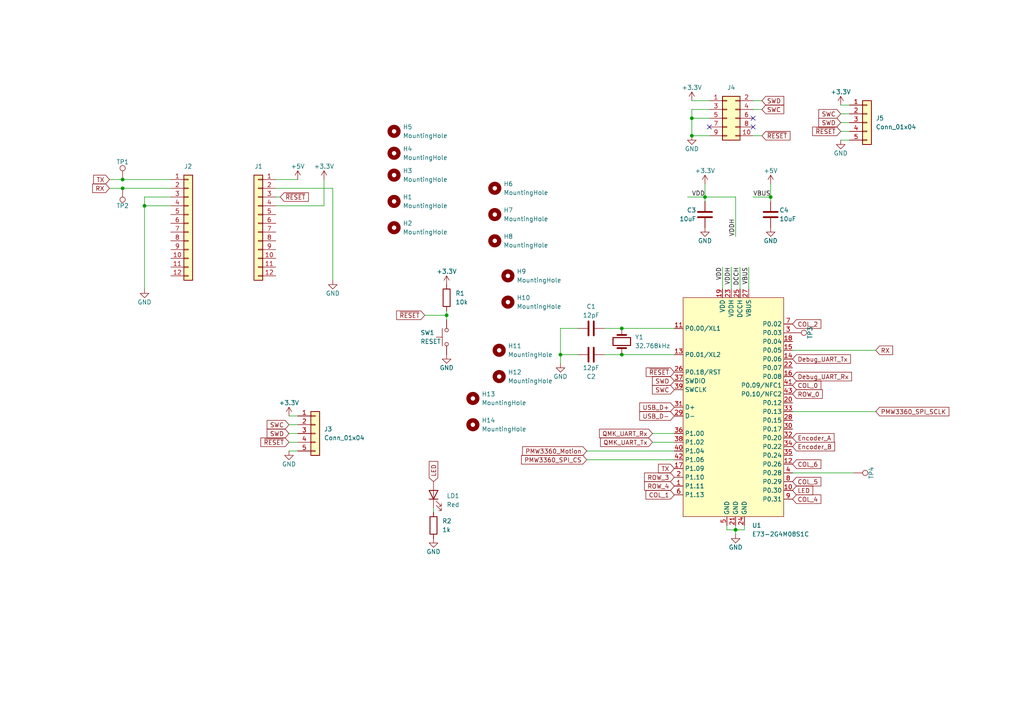
<source format=kicad_sch>
(kicad_sch (version 20230121) (generator eeschema)
  (paper "A4")
  (title_block (title "ErgoSNM Keyboard - Receiver") (rev "3.0") (company "SideraKB") (comment 1 "MIT License (Open source hardware)") (comment 2 "https://github.com/ziteh/ergo-snm-keyboard"))
  (lib_symbols
    (symbol "+5V_1" (power) (pin_names (offset 0))
      (property "Value" "+5V_1" (at 0 3.556 0))
      (symbol "+5V_1_0_1"
        (polyline (pts (xy -0.762 1.27) (xy 0 2.54)))
        (polyline (pts (xy 0 0) (xy 0 2.54)))
        (polyline (pts (xy 0 2.54) (xy 0.762 1.27)))
      )
      (symbol "+5V_1_1_1"
        (pin power_in line (at 0 0 90) (length 0) hide (name "+5V") (number "1"))
      )
    )
    (symbol "Connector:TestPoint" (pin_numbers hide) (pin_names (offset 0.762) hide)
      (property "Reference" "TP" (at 0 6.858 0))
      (property "Value" "TestPoint" (at 0 5.08 0))
      (symbol "TestPoint_0_1"
        (circle (center 0 3.302) (radius 0.762))
      )
      (symbol "TestPoint_1_1"
        (pin passive line (at 0 0 90) (length 2.54) (name "1") (number "1"))
      )
    )
    (symbol "Connector_Generic:Conn_01x05" (pin_names (offset 1.016) hide)
      (property "Reference" "J" (at 0 7.62 0))
      (property "Value" "Conn_01x05" (at 0 -7.62 0))
      (symbol "Conn_01x05_1_1"
        (rectangle (start -1.27 -4.953) (end 0 -5.207) (stroke (width 0.1524)))
        (rectangle (start -1.27 -2.413) (end 0 -2.667) (stroke (width 0.1524)))
        (rectangle (start -1.27 0.127) (end 0 -0.127) (stroke (width 0.1524)))
        (rectangle (start -1.27 2.667) (end 0 2.413) (stroke (width 0.1524)))
        (rectangle (start -1.27 5.207) (end 0 4.953) (stroke (width 0.1524)))
        (rectangle (start -1.27 6.35) (end 1.27 -6.35) (stroke (width 0.254)) (fill (type background)))
        (pin passive line (at -5.08 5.08 0) (length 3.81) (name "Pin_1") (number "1"))
        (pin passive line (at -5.08 2.54 0) (length 3.81) (name "Pin_2") (number "2"))
        (pin passive line (at -5.08 0 0) (length 3.81) (name "Pin_3") (number "3"))
        (pin passive line (at -5.08 -2.54 0) (length 3.81) (name "Pin_4") (number "4"))
        (pin passive line (at -5.08 -5.08 0) (length 3.81) (name "Pin_5") (number "5"))
      )
    )
    (symbol "Connector_Generic:Conn_01x12" (pin_names (offset 1.016) hide)
      (property "Reference" "J" (at 0 15.24 0))
      (property "Value" "Conn_01x12" (at 0 -17.78 0))
      (symbol "Conn_01x12_1_1"
        (rectangle (start -1.27 -15.113) (end 0 -15.367) (stroke (width 0.1524)))
        (rectangle (start -1.27 -12.573) (end 0 -12.827) (stroke (width 0.1524)))
        (rectangle (start -1.27 -10.033) (end 0 -10.287) (stroke (width 0.1524)))
        (rectangle (start -1.27 -7.493) (end 0 -7.747) (stroke (width 0.1524)))
        (rectangle (start -1.27 -4.953) (end 0 -5.207) (stroke (width 0.1524)))
        (rectangle (start -1.27 -2.413) (end 0 -2.667) (stroke (width 0.1524)))
        (rectangle (start -1.27 0.127) (end 0 -0.127) (stroke (width 0.1524)))
        (rectangle (start -1.27 2.667) (end 0 2.413) (stroke (width 0.1524)))
        (rectangle (start -1.27 5.207) (end 0 4.953) (stroke (width 0.1524)))
        (rectangle (start -1.27 7.747) (end 0 7.493) (stroke (width 0.1524)))
        (rectangle (start -1.27 10.287) (end 0 10.033) (stroke (width 0.1524)))
        (rectangle (start -1.27 12.827) (end 0 12.573) (stroke (width 0.1524)))
        (rectangle (start -1.27 13.97) (end 1.27 -16.51) (stroke (width 0.254)) (fill (type background)))
        (pin passive line (at -5.08 12.7 0) (length 3.81) (name "Pin_1") (number "1"))
        (pin passive line (at -5.08 -10.16 0) (length 3.81) (name "Pin_10") (number "10"))
        (pin passive line (at -5.08 -12.7 0) (length 3.81) (name "Pin_11") (number "11"))
        (pin passive line (at -5.08 -15.24 0) (length 3.81) (name "Pin_12") (number "12"))
        (pin passive line (at -5.08 10.16 0) (length 3.81) (name "Pin_2") (number "2"))
        (pin passive line (at -5.08 7.62 0) (length 3.81) (name "Pin_3") (number "3"))
        (pin passive line (at -5.08 5.08 0) (length 3.81) (name "Pin_4") (number "4"))
        (pin passive line (at -5.08 2.54 0) (length 3.81) (name "Pin_5") (number "5"))
        (pin passive line (at -5.08 0 0) (length 3.81) (name "Pin_6") (number "6"))
        (pin passive line (at -5.08 -2.54 0) (length 3.81) (name "Pin_7") (number "7"))
        (pin passive line (at -5.08 -5.08 0) (length 3.81) (name "Pin_8") (number "8"))
        (pin passive line (at -5.08 -7.62 0) (length 3.81) (name "Pin_9") (number "9"))
      )
    )
    (symbol "Connector_Generic:Conn_02x05_Odd_Even" (pin_names (offset 1.016) hide)
      (property "Reference" "J" (at 1.27 7.62 0))
      (property "Value" "Conn_02x05_Odd_Even" (at 1.27 -7.62 0))
      (symbol "Conn_02x05_Odd_Even_1_1"
        (rectangle (start -1.27 -4.953) (end 0 -5.207) (stroke (width 0.1524)))
        (rectangle (start -1.27 -2.413) (end 0 -2.667) (stroke (width 0.1524)))
        (rectangle (start -1.27 0.127) (end 0 -0.127) (stroke (width 0.1524)))
        (rectangle (start -1.27 2.667) (end 0 2.413) (stroke (width 0.1524)))
        (rectangle (start -1.27 5.207) (end 0 4.953) (stroke (width 0.1524)))
        (rectangle (start -1.27 6.35) (end 3.81 -6.35) (stroke (width 0.254)) (fill (type background)))
        (rectangle (start 3.81 -4.953) (end 2.54 -5.207) (stroke (width 0.1524)))
        (rectangle (start 3.81 -2.413) (end 2.54 -2.667) (stroke (width 0.1524)))
        (rectangle (start 3.81 0.127) (end 2.54 -0.127) (stroke (width 0.1524)))
        (rectangle (start 3.81 2.667) (end 2.54 2.413) (stroke (width 0.1524)))
        (rectangle (start 3.81 5.207) (end 2.54 4.953) (stroke (width 0.1524)))
        (pin passive line (at -5.08 5.08 0) (length 3.81) (name "Pin_1") (number "1"))
        (pin passive line (at 7.62 -5.08 180) (length 3.81) (name "Pin_10") (number "10"))
        (pin passive line (at 7.62 5.08 180) (length 3.81) (name "Pin_2") (number "2"))
        (pin passive line (at -5.08 2.54 0) (length 3.81) (name "Pin_3") (number "3"))
        (pin passive line (at 7.62 2.54 180) (length 3.81) (name "Pin_4") (number "4"))
        (pin passive line (at -5.08 0 0) (length 3.81) (name "Pin_5") (number "5"))
        (pin passive line (at 7.62 0 180) (length 3.81) (name "Pin_6") (number "6"))
        (pin passive line (at -5.08 -2.54 0) (length 3.81) (name "Pin_7") (number "7"))
        (pin passive line (at 7.62 -2.54 180) (length 3.81) (name "Pin_8") (number "8"))
        (pin passive line (at -5.08 -5.08 0) (length 3.81) (name "Pin_9") (number "9"))
      )
    )
    (symbol "Device:C" (pin_numbers hide) (pin_names (offset 0.254))
      (property "Reference" "C" (at 0.635 2.54 0))
      (property "Value" "C" (at 0.635 -2.54 0))
      (symbol "C_0_1"
        (polyline (pts (xy -2.032 -0.762) (xy 2.032 -0.762)) (stroke (width 0.508)))
        (polyline (pts (xy -2.032 0.762) (xy 2.032 0.762)) (stroke (width 0.508)))
      )
      (symbol "C_1_1"
        (pin passive line (at 0 3.81 270) (length 2.794) (name "~") (number "1"))
        (pin passive line (at 0 -3.81 90) (length 2.794) (name "~") (number "2"))
      )
    )
    (symbol "Device:Crystal" (pin_numbers hide) (pin_names (offset 1.016) hide)
      (property "Reference" "Y" (at 0 3.81 0))
      (property "Value" "Crystal" (at 0 -3.81 0))
      (symbol "Crystal_0_1"
        (rectangle (start -1.143 2.54) (end 1.143 -2.54) (stroke (width 0.3048)))
        (polyline (pts (xy -2.54 0) (xy -1.905 0)))
        (polyline (pts (xy -1.905 -1.27) (xy -1.905 1.27)) (stroke (width 0.508)))
        (polyline (pts (xy 1.905 -1.27) (xy 1.905 1.27)) (stroke (width 0.508)))
        (polyline (pts (xy 2.54 0) (xy 1.905 0)))
      )
      (symbol "Crystal_1_1"
        (pin passive line (at -3.81 0 0) (length 1.27) (name "1") (number "1"))
        (pin passive line (at 3.81 0 180) (length 1.27) (name "2") (number "2"))
      )
    )
    (symbol "Device:LED" (pin_numbers hide) (pin_names (offset 1.016) hide)
      (property "Reference" "D" (at 0 2.54 0))
      (property "Value" "LED" (at 0 -2.54 0))
      (symbol "LED_0_1"
        (polyline (pts (xy -1.27 -1.27) (xy -1.27 1.27)) (stroke (width 0.254)))
        (polyline (pts (xy -1.27 0) (xy 1.27 0)))
        (polyline (pts (xy 1.27 -1.27) (xy 1.27 1.27) (xy -1.27 0) (xy 1.27 -1.27)) (stroke (width 0.254)))
        (polyline (pts (xy -3.048 -0.762) (xy -4.572 -2.286) (xy -3.81 -2.286) (xy -4.572 -2.286) (xy -4.572 -1.524)))
        (polyline (pts (xy -1.778 -0.762) (xy -3.302 -2.286) (xy -2.54 -2.286) (xy -3.302 -2.286) (xy -3.302 -1.524)))
      )
      (symbol "LED_1_1"
        (pin passive line (at -3.81 0 0) (length 2.54) (name "K") (number "1"))
        (pin passive line (at 3.81 0 180) (length 2.54) (name "A") (number "2"))
      )
    )
    (symbol "Device:R" (pin_numbers hide) (pin_names (offset 0))
      (property "Reference" "R" (at 2.032 0 90))
      (property "Value" "R" (at 0 0 90))
      (symbol "R_0_1"
        (rectangle (start -1.016 -2.54) (end 1.016 2.54) (stroke (width 0.254)))
      )
      (symbol "R_1_1"
        (pin passive line (at 0 3.81 270) (length 1.27) (name "~") (number "1"))
        (pin passive line (at 0 -3.81 90) (length 1.27) (name "~") (number "2"))
      )
    )
    (symbol "ErgoSNM_Keyboard_Library:E73-2G4M08S1C"
      (property "Reference" "U" (at 10.16 -34.29 0))
      (property "Value" "E73-2G4M08S1C" (at 12.7 -36.83 0))
      (symbol "E73-2G4M08S1C_0_0"
        (pin bidirectional line (at -17.78 -24.13 0) (length 2.54) (name "P1.11") (number "1"))
        (pin bidirectional line (at 16.51 -25.4 180) (length 2.54) (name "P0.30") (number "10"))
        (pin bidirectional line (at -17.78 21.59 0) (length 2.54) (name "P0.00/XL1") (number "11"))
        (pin bidirectional line (at 16.51 -17.78 180) (length 2.54) (name "P0.26") (number "12"))
        (pin bidirectional line (at -17.78 13.97 0) (length 2.54) (name "P0.01/XL2") (number "13"))
        (pin bidirectional line (at 16.51 12.7 180) (length 2.54) (name "P0.06") (number "14"))
        (pin bidirectional line (at 16.51 15.24 180) (length 2.54) (name "P0.05") (number "15"))
        (pin bidirectional line (at 16.51 7.62 180) (length 2.54) (name "P0.08") (number "16"))
        (pin bidirectional line (at -17.78 -19.05 0) (length 2.54) (name "P1.09") (number "17"))
        (pin bidirectional line (at 16.51 17.78 180) (length 2.54) (name "P0.04") (number "18"))
        (pin power_in line (at -3.81 33.02 270) (length 2.54) (name "VDD") (number "19"))
        (pin bidirectional line (at -17.78 -21.59 0) (length 2.54) (name "P1.10") (number "2"))
        (pin bidirectional line (at 16.51 0 180) (length 2.54) (name "P0.12") (number "20"))
        (pin power_in line (at 0 -35.56 90) (length 2.54) (name "GND") (number "21"))
        (pin bidirectional line (at 16.51 10.16 180) (length 2.54) (name "P0.07") (number "22"))
        (pin power_in line (at -1.27 33.02 270) (length 2.54) (name "VDDH") (number "23"))
        (pin power_in line (at 2.54 -35.56 90) (length 2.54) (name "GND") (number "24"))
        (pin power_in line (at 1.27 33.02 270) (length 2.54) (name "DCCH") (number "25"))
        (pin bidirectional line (at -17.78 8.89 0) (length 2.54) (name "P0.18/RST") (number "26"))
        (pin power_in line (at 3.81 33.02 270) (length 2.54) (name "VBUS") (number "27"))
        (pin bidirectional line (at 16.51 -5.08 180) (length 2.54) (name "P0.15") (number "28"))
        (pin bidirectional line (at -17.78 -3.81 0) (length 2.54) (name "D-") (number "29"))
        (pin bidirectional line (at 16.51 20.32 180) (length 2.54) (name "P0.03") (number "3"))
        (pin bidirectional line (at 16.51 -7.62 180) (length 2.54) (name "P0.17") (number "30"))
        (pin bidirectional line (at -17.78 -1.27 0) (length 2.54) (name "D+") (number "31"))
        (pin bidirectional line (at 16.51 -10.16 180) (length 2.54) (name "P0.20") (number "32"))
        (pin bidirectional line (at 16.51 -2.54 180) (length 2.54) (name "P0.13") (number "33"))
        (pin bidirectional line (at 16.51 -12.7 180) (length 2.54) (name "P0.22") (number "34"))
        (pin bidirectional line (at 16.51 -15.24 180) (length 2.54) (name "P0.24") (number "35"))
        (pin bidirectional line (at -17.78 -8.89 0) (length 2.54) (name "P1.00") (number "36"))
        (pin bidirectional line (at -17.78 6.35 0) (length 2.54) (name "SWDIO") (number "37"))
        (pin bidirectional line (at -17.78 -11.43 0) (length 2.54) (name "P1.02") (number "38"))
        (pin bidirectional line (at -17.78 3.81 0) (length 2.54) (name "SWCLK") (number "39"))
        (pin bidirectional line (at 16.51 -20.32 180) (length 2.54) (name "P0.28") (number "4"))
        (pin bidirectional line (at -17.78 -13.97 0) (length 2.54) (name "P1.04") (number "40"))
        (pin bidirectional line (at 16.51 5.08 180) (length 2.54) (name "P0.09/NFC1") (number "41"))
        (pin bidirectional line (at -17.78 -16.51 0) (length 2.54) (name "P1.06") (number "42"))
        (pin bidirectional line (at 16.51 2.54 180) (length 2.54) (name "P0.10/NFC2") (number "43"))
        (pin power_in line (at -2.54 -35.56 90) (length 2.54) (name "GND") (number "5"))
        (pin bidirectional line (at -17.78 -26.67 0) (length 2.54) (name "P1.13") (number "6"))
        (pin bidirectional line (at 16.51 22.86 180) (length 2.54) (name "P0.02") (number "7"))
        (pin bidirectional line (at 16.51 -22.86 180) (length 2.54) (name "P0.29") (number "8"))
        (pin bidirectional line (at 16.51 -27.94 180) (length 2.54) (name "P0.31") (number "9"))
      )
      (symbol "E73-2G4M08S1C_1_1"
        (rectangle (start -15.24 30.48) (end 13.97 -33.02) (fill (type background)))
      )
    )
    (symbol "Mechanical:MountingHole" (pin_names (offset 1.016))
      (property "Reference" "H" (at 0 5.08 0))
      (property "Value" "MountingHole" (at 0 3.175 0))
      (symbol "MountingHole_0_1"
        (circle (center 0 0) (radius 1.27) (stroke (width 1.27)))
      )
    )
    (symbol "Switch:SW_Push" (pin_numbers hide) (pin_names (offset 1.016) hide)
      (property "Reference" "SW2" (at -8.89 1.27 90))
      (property "Value" "RESET" (at -8.89 -1.27 90))
      (symbol "SW_Push_0_1"
        (circle (center -2.032 0) (radius 0.508))
        (polyline (pts (xy 0 1.27) (xy 0 3.048)))
        (polyline (pts (xy 2.54 1.27) (xy -2.54 1.27)))
        (circle (center 2.032 0) (radius 0.508))
        (pin passive line (at -5.08 0 0) (length 2.54) (name "1") (number "1"))
        (pin passive line (at 5.08 0 180) (length 2.54) (name "2") (number "2"))
      )
    )
    (symbol "power:+3.3V" (power) (pin_names (offset 0))
      (property "Value" "+3.3V" (at 0 3.556 0))
      (symbol "+3.3V_0_1"
        (polyline (pts (xy -0.762 1.27) (xy 0 2.54)))
        (polyline (pts (xy 0 0) (xy 0 2.54)))
        (polyline (pts (xy 0 2.54) (xy 0.762 1.27)))
      )
      (symbol "+3.3V_1_1"
        (pin power_in line (at 0 0 90) (length 0) hide (name "+3.3V") (number "1"))
      )
    )
    (symbol "power:+5V" (power) (pin_names (offset 0))
      (property "Value" "+5V" (at 0 3.556 0))
      (symbol "+5V_0_1"
        (polyline (pts (xy -0.762 1.27) (xy 0 2.54)))
        (polyline (pts (xy 0 0) (xy 0 2.54)))
        (polyline (pts (xy 0 2.54) (xy 0.762 1.27)))
      )
      (symbol "+5V_1_1"
        (pin power_in line (at 0 0 90) (length 0) hide (name "+5V") (number "1"))
      )
    )
    (symbol "power:GND" (power) (pin_names (offset 0))
      (property "Value" "GND" (at 0 -3.81 0))
      (symbol "GND_0_1"
        (polyline (pts (xy 0 0) (xy 0 -1.27) (xy 1.27 -1.27) (xy 0 -2.54) (xy -1.27 -1.27) (xy 0 -1.27)))
      )
      (symbol "GND_1_1"
        (pin power_in line (at 0 0 270) (length 0) hide (name "GND") (number "1"))
      )
    )
  )
  (junction (at 200.66 39.37))
  (junction (at 162.56 102.87))
  (junction (at 204.47 57.15))
  (junction (at 213.36 153.67))
  (junction (at 35.56 52.07))
  (junction (at 35.56 54.61))
  (junction (at 180.34 95.25))
  (junction (at 41.91 59.69))
  (junction (at 180.34 102.87))
  (junction (at 200.66 34.29))
  (junction (at 129.54 91.44))
  (junction (at 223.52 57.15))
  (no_connect (at 205.74 36.83))
  (no_connect (at 218.44 34.29))
  (no_connect (at 218.44 36.83))
  (wire (pts (xy 189.23 125.73) (xy 195.58 125.73)))
  (wire (pts (xy 35.56 54.61) (xy 49.53 54.61)))
  (wire (pts (xy 213.36 152.4) (xy 213.36 153.67)))
  (wire (pts (xy 167.64 102.87) (xy 162.56 102.87)))
  (wire (pts (xy 213.36 57.15) (xy 213.36 68.58)))
  (wire (pts (xy 200.66 34.29) (xy 205.74 34.29)))
  (wire (pts (xy 215.9 152.4) (xy 215.9 153.67)))
  (wire (pts (xy 220.98 29.21) (xy 218.44 29.21)))
  (wire (pts (xy 129.54 92.71) (xy 129.54 91.44)))
  (wire (pts (xy 162.56 105.41) (xy 162.56 102.87)))
  (wire (pts (xy 180.34 102.87) (xy 195.58 102.87)))
  (wire (pts (xy 213.36 153.67) (xy 213.36 154.94)))
  (wire (pts (xy 31.75 52.07) (xy 35.56 52.07)))
  (wire (pts (xy 162.56 95.25) (xy 162.56 102.87)))
  (wire (pts (xy 220.98 31.75) (xy 218.44 31.75)))
  (wire (pts (xy 220.98 39.37) (xy 218.44 39.37)))
  (wire (pts (xy 205.74 31.75) (xy 200.66 31.75)))
  (wire (pts (xy 180.34 95.25) (xy 195.58 95.25)))
  (wire (pts (xy 204.47 53.34) (xy 204.47 57.15)))
  (wire (pts (xy 223.52 53.34) (xy 223.52 57.15)))
  (wire (pts (xy 210.82 152.4) (xy 210.82 153.67)))
  (wire (pts (xy 175.26 102.87) (xy 180.34 102.87)))
  (wire (pts (xy 223.52 57.15) (xy 218.44 57.15)))
  (wire (pts (xy 129.54 91.44) (xy 129.54 90.17)))
  (wire (pts (xy 254 101.6) (xy 229.87 101.6)))
  (wire (pts (xy 41.91 57.15) (xy 41.91 59.69)))
  (wire (pts (xy 243.84 33.02) (xy 246.38 33.02)))
  (wire (pts (xy 210.82 153.67) (xy 213.36 153.67)))
  (wire (pts (xy 254 119.38) (xy 229.87 119.38)))
  (wire (pts (xy 200.66 29.21) (xy 205.74 29.21)))
  (wire (pts (xy 217.17 77.47) (xy 217.17 83.82)))
  (wire (pts (xy 212.09 77.47) (xy 212.09 83.82)))
  (wire (pts (xy 167.64 95.25) (xy 162.56 95.25)))
  (wire (pts (xy 35.56 52.07) (xy 49.53 52.07)))
  (wire (pts (xy 200.66 31.75) (xy 200.66 34.29)))
  (wire (pts (xy 204.47 57.15) (xy 199.39 57.15)))
  (wire (pts (xy 81.28 57.15) (xy 80.01 57.15)))
  (wire (pts (xy 170.18 130.81) (xy 195.58 130.81)))
  (wire (pts (xy 200.66 39.37) (xy 205.74 39.37)))
  (wire (pts (xy 80.01 59.69) (xy 93.98 59.69)))
  (wire (pts (xy 41.91 57.15) (xy 49.53 57.15)))
  (wire (pts (xy 83.82 125.73) (xy 86.36 125.73)))
  (wire (pts (xy 80.01 54.61) (xy 96.52 54.61)))
  (wire (pts (xy 214.63 77.47) (xy 214.63 83.82)))
  (wire (pts (xy 83.82 123.19) (xy 86.36 123.19)))
  (wire (pts (xy 200.66 34.29) (xy 200.66 39.37)))
  (wire (pts (xy 243.84 40.64) (xy 246.38 40.64)))
  (wire (pts (xy 41.91 59.69) (xy 49.53 59.69)))
  (wire (pts (xy 175.26 95.25) (xy 180.34 95.25)))
  (wire (pts (xy 83.82 130.81) (xy 86.36 130.81)))
  (wire (pts (xy 204.47 58.42) (xy 204.47 57.15)))
  (wire (pts (xy 41.91 59.69) (xy 41.91 83.82)))
  (wire (pts (xy 80.01 52.07) (xy 86.36 52.07)))
  (wire (pts (xy 93.98 59.69) (xy 93.98 52.07)))
  (wire (pts (xy 83.82 128.27) (xy 86.36 128.27)))
  (wire (pts (xy 229.87 137.16) (xy 247.65 137.16)))
  (wire (pts (xy 223.52 57.15) (xy 223.52 58.42)))
  (wire (pts (xy 189.23 128.27) (xy 195.58 128.27)))
  (wire (pts (xy 123.19 91.44) (xy 129.54 91.44)))
  (wire (pts (xy 204.47 57.15) (xy 213.36 57.15)))
  (wire (pts (xy 243.84 30.48) (xy 246.38 30.48)))
  (wire (pts (xy 209.55 77.47) (xy 209.55 83.82)))
  (wire (pts (xy 170.18 133.35) (xy 195.58 133.35)))
  (wire (pts (xy 96.52 54.61) (xy 96.52 81.28)))
  (wire (pts (xy 125.73 148.59) (xy 125.73 147.32)))
  (wire (pts (xy 213.36 153.67) (xy 215.9 153.67)))
  (wire (pts (xy 31.75 54.61) (xy 35.56 54.61)))
  (wire (pts (xy 243.84 38.1) (xy 246.38 38.1)))
  (wire (pts (xy 243.84 35.56) (xy 246.38 35.56)))
  (wire (pts (xy 83.82 120.65) (xy 86.36 120.65)))
  (label "VBUS" (at 223.52 57.15 180))
  (label "VDD" (at 204.47 57.15 180))
  (label "DCCH" (at 214.63 77.47 270))
  (label "VBUS" (at 217.17 77.47 270))
  (label "VDDH" (at 213.36 68.58 90))
  (label "VDD" (at 209.55 77.47 270))
  (label "VDDH" (at 212.09 77.47 270))
  (global_label "SWD" (shape input) (at 83.82 125.73 180) (property "Intersheetrefs" "${INTERSHEET_REFS}" (effects hide)))
  (global_label "SWD" (shape input) (at 195.58 110.49 180) (property "Intersheetrefs" "${INTERSHEET_REFS}" (effects hide)))
  (global_label "~{RESET}" (shape input) (at 81.28 57.15 0) (property "Intersheetrefs" "${INTERSHEET_REFS}" (effects hide)))
  (global_label "COL_4" (shape input) (at 229.87 144.78 0) (property "Intersheetrefs" "${INTERSHEET_REFS}" (effects hide)))
  (global_label "COL_6" (shape input) (at 229.87 134.62 0) (property "Intersheetrefs" "${INTERSHEET_REFS}" (effects hide)))
  (global_label "Encoder_A" (shape input) (at 229.87 127 0) (property "Intersheetrefs" "${INTERSHEET_REFS}" (effects hide)))
  (global_label "ROW_0" (shape input) (at 229.87 114.3 0) (property "Intersheetrefs" "${INTERSHEET_REFS}" (effects hide)))
  (global_label "~{RESET}" (shape input) (at 123.19 91.44 180) (property "Intersheetrefs" "${INTERSHEET_REFS}" (effects hide)))
  (global_label "LED" (shape input) (at 125.73 139.7 90) (property "Intersheetrefs" "${INTERSHEET_REFS}" (effects hide)))
  (global_label "~{RESET}" (shape input) (at 220.98 39.37 0) (property "Intersheetrefs" "${INTERSHEET_REFS}" (effects hide)))
  (global_label "TX" (shape input) (at 195.58 135.89 180) (property "Intersheetrefs" "${INTERSHEET_REFS}" (effects hide)))
  (global_label "Encoder_B" (shape input) (at 229.87 129.54 0) (property "Intersheetrefs" "${INTERSHEET_REFS}" (effects hide)))
  (global_label "PMW3360_Motion" (shape input) (at 170.18 130.81 180) (property "Intersheetrefs" "${INTERSHEET_REFS}" (effects hide)))
  (global_label "SWC" (shape input) (at 220.98 31.75 0) (property "Intersheetrefs" "${INTERSHEET_REFS}" (effects hide)))
  (global_label "SWD" (shape input) (at 220.98 29.21 0) (property "Intersheetrefs" "${INTERSHEET_REFS}" (effects hide)))
  (global_label "Debug_UART_Rx" (shape input) (at 229.87 109.22 0) (property "Intersheetrefs" "${INTERSHEET_REFS}" (effects hide)))
  (global_label "~{RESET}" (shape input) (at 83.82 128.27 180) (property "Intersheetrefs" "${INTERSHEET_REFS}" (effects hide)))
  (global_label "~{RESET}" (shape input) (at 243.84 38.1 180) (property "Intersheetrefs" "${INTERSHEET_REFS}" (effects hide)))
  (global_label "ROW_4" (shape input) (at 195.58 140.97 180) (property "Intersheetrefs" "${INTERSHEET_REFS}" (effects hide)))
  (global_label "USB_D-" (shape input) (at 195.58 120.65 180) (property "Intersheetrefs" "${INTERSHEET_REFS}" (effects hide)))
  (global_label "SWC" (shape input) (at 83.82 123.19 180) (property "Intersheetrefs" "${INTERSHEET_REFS}" (effects hide)))
  (global_label "LED" (shape input) (at 229.87 142.24 0) (property "Intersheetrefs" "${INTERSHEET_REFS}" (effects hide)))
  (global_label "QMK_UART_Tx" (shape input) (at 189.23 128.27 180) (property "Intersheetrefs" "${INTERSHEET_REFS}" (effects hide)))
  (global_label "SWC" (shape input) (at 243.84 33.02 180) (property "Intersheetrefs" "${INTERSHEET_REFS}" (effects hide)))
  (global_label "~{RESET}" (shape input) (at 195.58 107.95 180) (property "Intersheetrefs" "${INTERSHEET_REFS}" (effects hide)))
  (global_label "SWD" (shape input) (at 243.84 35.56 180) (property "Intersheetrefs" "${INTERSHEET_REFS}" (effects hide)))
  (global_label "RX" (shape input) (at 254 101.6 0) (property "Intersheetrefs" "${INTERSHEET_REFS}" (effects hide)))
  (global_label "COL_5" (shape input) (at 229.87 139.7 0) (property "Intersheetrefs" "${INTERSHEET_REFS}" (effects hide)))
  (global_label "SWC" (shape input) (at 195.58 113.03 180) (property "Intersheetrefs" "${INTERSHEET_REFS}" (effects hide)))
  (global_label "QMK_UART_Rx" (shape input) (at 189.23 125.73 180) (property "Intersheetrefs" "${INTERSHEET_REFS}" (effects hide)))
  (global_label "PMW3360_SPI_CS" (shape input) (at 170.18 133.35 180) (property "Intersheetrefs" "${INTERSHEET_REFS}" (effects hide)))
  (global_label "COL_0" (shape input) (at 229.87 111.76 0) (property "Intersheetrefs" "${INTERSHEET_REFS}" (effects hide)))
  (global_label "USB_D+" (shape input) (at 195.58 118.11 180) (property "Intersheetrefs" "${INTERSHEET_REFS}" (effects hide)))
  (global_label "Debug_UART_Tx" (shape input) (at 229.87 104.14 0) (property "Intersheetrefs" "${INTERSHEET_REFS}" (effects hide)))
  (global_label "ROW_3" (shape input) (at 195.58 138.43 180) (property "Intersheetrefs" "${INTERSHEET_REFS}" (effects hide)))
  (global_label "COL_2" (shape input) (at 229.87 93.98 0) (property "Intersheetrefs" "${INTERSHEET_REFS}" (effects hide)))
  (global_label "PMW3360_SPI_SCLK" (shape input) (at 254 119.38 0) (property "Intersheetrefs" "${INTERSHEET_REFS}" (effects hide)))
  (global_label "TX" (shape input) (at 31.75 52.07 180) (property "Intersheetrefs" "${INTERSHEET_REFS}" (effects hide)))
  (global_label "RX" (shape input) (at 31.75 54.61 180) (property "Intersheetrefs" "${INTERSHEET_REFS}" (effects hide)))
  (global_label "COL_1" (shape input) (at 195.58 143.51 180) (property "Intersheetrefs" "${INTERSHEET_REFS}" (effects hide)))
  (symbol (lib_id "power:GND") (at 213.36 154.94 0) (unit 1)
    (property "Reference" "#PWR06" (effects hide))
    (property "Value" "GND" (at 213.36 158.75 0))
  )
  (symbol (lib_id "power:GND") (at 129.54 102.87 0) (unit 1)
    (property "Reference" "#PWR02" (effects hide))
    (property "Value" "GND" (at 129.54 106.68 0))
  )
  (symbol (lib_id "Device:C") (at 204.47 62.23 0) (mirror y) (unit 1)
    (property "Reference" "C3" (at 201.93 60.96 0) (effects (justify left)))
    (property "Value" "10uF" (at 201.93 63.5 0) (effects (justify left)))
    (property "Footprint" "Capacitor_SMD:C_0603_1608Metric" (effects hide))
  )
  (symbol (lib_id "power:GND") (at 223.52 66.04 0) (unit 1)
    (property "Reference" "#PWR08" (effects hide))
    (property "Value" "GND" (at 223.52 69.85 0))
  )
  (symbol (lib_id "power:+3.3V") (at 93.98 52.07 0) (unit 1)
    (property "Reference" "#PWR010" (effects hide))
    (property "Value" "+3.3V" (at 93.98 48.26 0))
  )
  (symbol (lib_id "Mechanical:MountingHole") (at 114.3 38.1 0) (unit 1)
    (property "Reference" "H5" (at 116.84 36.83 0) (effects (justify left)))
    (property "Value" "MountingHole" (at 116.84 39.37 0) (effects (justify left)))
    (property "Footprint" "ErgoSNM_Keyboard:Mouse bite" (effects hide))
  )
  (symbol (lib_id "power:+3.3V") (at 129.54 82.55 0) (unit 1)
    (property "Reference" "#PWR01" (effects hide))
    (property "Value" "+3.3V" (at 129.54 78.74 0))
  )
  (symbol (lib_id "Mechanical:MountingHole") (at 147.32 80.01 0) (unit 1)
    (property "Reference" "H9" (at 149.86 78.74 0) (effects (justify left)))
    (property "Value" "MountingHole" (at 149.86 81.28 0) (effects (justify left)))
    (property "Footprint" "ErgoSNM_Keyboard:Mouse bite" (effects hide))
  )
  (symbol (lib_id "power:GND") (at 162.56 105.41 0) (unit 1)
    (property "Reference" "#PWR03" (effects hide))
    (property "Value" "GND" (at 162.56 109.22 0))
  )
  (symbol (lib_name "+5V_1") (lib_id "power:+5V") (at 86.36 52.07 0) (unit 1)
    (property "Reference" "#PWR09" (effects hide))
    (property "Value" "+5V" (at 86.36 48.26 0))
  )
  (symbol (lib_id "ErgoSNM_Keyboard_Library:E73-2G4M08S1C") (at 213.36 116.84 0) (unit 1)
    (property "Reference" "U1" (at 218.0941 152.4 0) (effects (justify left)))
    (property "Value" "E73-2G4M08S1C" (at 218.0941 154.94 0) (effects (justify left)))
    (property "Footprint" "ErgoSNM_Keyboard:E73-2G4M08S1C-52840" (effects hide))
  )
  (symbol (lib_id "power:GND") (at 125.73 156.21 0) (unit 1)
    (property "Reference" "#PWR015" (effects hide))
    (property "Value" "GND" (at 125.73 160.02 0))
  )
  (symbol (lib_id "Switch:SW_Push") (at 129.54 97.79 90) (unit 1)
    (property "Reference" "SW1" (at 121.92 96.52 90) (effects (justify right)))
    (property "Value" "RESET" (at 121.92 99.06 90) (effects (justify right)))
    (property "Footprint" "Button_Switch_SMD:SW_SPST_CK_RS282G05A3" (effects hide))
    (property "MFR. Part #" "TS-1187A-B-A-B" (effects hide))
    (property "LCSC" "C318884" (effects hide))
  )
  (symbol (lib_id "Mechanical:MountingHole") (at 114.3 58.42 0) (unit 1)
    (property "Reference" "H1" (at 116.84 57.15 0) (effects (justify left)))
    (property "Value" "MountingHole" (at 116.84 59.69 0) (effects (justify left)))
    (property "Footprint" "ErgoSNM_Keyboard:Mouse bite" (effects hide))
  )
  (symbol (lib_id "power:GND") (at 204.47 66.04 0) (unit 1)
    (property "Reference" "#PWR05" (effects hide))
    (property "Value" "GND" (at 204.47 69.85 0))
  )
  (symbol (lib_id "Mechanical:MountingHole") (at 114.3 66.04 0) (unit 1)
    (property "Reference" "H2" (at 116.84 64.77 0) (effects (justify left)))
    (property "Value" "MountingHole" (at 116.84 67.31 0) (effects (justify left)))
    (property "Footprint" "ErgoSNM_Keyboard:Mouse bite" (effects hide))
  )
  (symbol (lib_id "Device:R") (at 125.73 152.4 0) (mirror y) (unit 1)
    (property "Reference" "R2" (at 128.27 151.13 0) (effects (justify right)))
    (property "Value" "1k" (at 128.27 153.67 0) (effects (justify right)))
    (property "Footprint" "Resistor_SMD:R_0603_1608Metric" (effects hide))
    (property "MFR. Part #" "0402WGF1001TCE " (effects hide))
    (property "LCSC" "C11702" (effects hide))
  )
  (symbol (lib_id "Mechanical:MountingHole") (at 144.78 109.22 0) (unit 1)
    (property "Reference" "H12" (at 147.32 107.95 0) (effects (justify left)))
    (property "Value" "MountingHole" (at 147.32 110.49 0) (effects (justify left)))
    (property "Footprint" "ErgoSNM_Keyboard:Mouse bite" (effects hide))
  )
  (symbol (lib_id "power:+3.3V") (at 243.84 30.48 0) (unit 1)
    (property "Reference" "#PWR017" (effects hide))
    (property "Value" "+3.3V" (at 243.84 26.67 0))
  )
  (symbol (lib_id "Mechanical:MountingHole") (at 143.51 54.61 0) (unit 1)
    (property "Reference" "H6" (at 146.05 53.34 0) (effects (justify left)))
    (property "Value" "MountingHole" (at 146.05 55.88 0) (effects (justify left)))
    (property "Footprint" "ErgoSNM_Keyboard:Mouse bite" (effects hide))
  )
  (symbol (lib_id "power:+5V") (at 223.52 53.34 0) (unit 1)
    (property "Reference" "#PWR07" (effects hide))
    (property "Value" "+5V" (at 223.52 49.53 0))
  )
  (symbol (lib_id "Connector_Generic:Conn_02x05_Odd_Even") (at 210.82 34.29 0) (unit 1)
    (property "Reference" "J4" (at 212.09 25.4 0))
    (property "Value" "Conn_02x05_Counter_Clockwise" (effects hide))
    (property "Footprint" "Connector_PinHeader_1.27mm:PinHeader_2x05_P1.27mm_Vertical" (effects hide))
  )
  (symbol (lib_id "Connector_Generic:Conn_01x12") (at 74.93 64.77 0) (mirror y) (unit 1)
    (property "Reference" "J1" (at 76.2 48.26 0) (effects (justify left)))
    (property "Value" "Conn_01x13" (effects hide))
    (property "Footprint" "Connector_PinHeader_2.54mm:PinHeader_1x12_P2.54mm_Vertical" (effects hide))
  )
  (symbol (lib_id "power:GND") (at 41.91 83.82 0) (unit 1)
    (property "Reference" "#PWR012" (effects hide))
    (property "Value" "GND" (at 41.91 87.63 0))
  )
  (symbol (lib_id "Mechanical:MountingHole") (at 147.32 87.63 0) (unit 1)
    (property "Reference" "H10" (at 149.86 86.36 0) (effects (justify left)))
    (property "Value" "MountingHole" (at 149.86 88.9 0) (effects (justify left)))
    (property "Footprint" "ErgoSNM_Keyboard:Mouse bite" (effects hide))
  )
  (symbol (lib_id "Mechanical:MountingHole") (at 144.78 101.6 0) (unit 1)
    (property "Reference" "H11" (at 147.32 100.33 0) (effects (justify left)))
    (property "Value" "MountingHole" (at 147.32 102.87 0) (effects (justify left)))
    (property "Footprint" "ErgoSNM_Keyboard:Mouse bite" (effects hide))
  )
  (symbol (lib_id "Mechanical:MountingHole") (at 137.16 115.57 0) (unit 1)
    (property "Reference" "H13" (at 139.7 114.3 0) (effects (justify left)))
    (property "Value" "MountingHole" (at 139.7 116.84 0) (effects (justify left)))
    (property "Footprint" "ErgoSNM_Keyboard:Mouse bite" (effects hide))
  )
  (symbol (lib_id "Connector:TestPoint") (at 35.56 52.07 0) (unit 1)
    (property "Reference" "TP1" (at 35.56 46.99 0))
    (property "Value" "TestPoint" (effects hide))
    (property "Footprint" "TestPoint:TestPoint_Pad_D1.5mm" (effects hide))
  )
  (symbol (lib_id "power:+3.3V") (at 83.82 120.65 0) (unit 1)
    (property "Reference" "#PWR013" (effects hide))
    (property "Value" "+3.3V" (at 83.82 116.84 0))
  )
  (symbol (lib_id "Mechanical:MountingHole") (at 143.51 62.23 0) (unit 1)
    (property "Reference" "H7" (at 146.05 60.96 0) (effects (justify left)))
    (property "Value" "MountingHole" (at 146.05 63.5 0) (effects (justify left)))
    (property "Footprint" "ErgoSNM_Keyboard:Mouse bite" (effects hide))
  )
  (symbol (lib_id "Device:C") (at 171.45 95.25 270) (mirror x) (unit 1)
    (property "Reference" "C1" (at 171.45 88.9 90))
    (property "Value" "12pF" (at 171.45 91.44 90))
    (property "Footprint" "Capacitor_SMD:C_0603_1608Metric" (effects hide))
  )
  (symbol (lib_id "Connector_Generic:Conn_01x05") (at 91.44 125.73 0) (unit 1)
    (property "Reference" "J3" (at 93.98 124.46 0) (effects (justify left)))
    (property "Value" "Conn_01x04" (at 93.98 127 0) (effects (justify left)))
    (property "Footprint" "Connector_PinHeader_2.54mm:PinHeader_1x05_P2.54mm_Vertical" (effects hide))
  )
  (symbol (lib_id "Device:C") (at 171.45 102.87 90) (unit 1)
    (property "Reference" "C2" (at 171.45 109.22 90))
    (property "Value" "12pF" (at 171.45 106.68 90))
    (property "Footprint" "Capacitor_SMD:C_0603_1608Metric" (effects hide))
  )
  (symbol (lib_id "Device:Crystal") (at 180.34 99.06 90) (unit 1)
    (property "Reference" "Y1" (at 184.15 97.79 90) (effects (justify right)))
    (property "Value" "32.768kHz" (at 184.15 100.33 90) (effects (justify right)))
    (property "Footprint" "Crystal:Crystal_SMD_3215-2Pin_3.2x1.5mm" (effects hide))
  )
  (symbol (lib_id "Connector:TestPoint") (at 229.87 96.52 270) (unit 1)
    (property "Reference" "TP3" (at 234.95 96.52 0))
    (property "Value" "TestPoint" (effects hide))
    (property "Footprint" "TestPoint:TestPoint_Pad_D1.5mm" (effects hide))
  )
  (symbol (lib_id "Mechanical:MountingHole") (at 143.51 69.85 0) (unit 1)
    (property "Reference" "H8" (at 146.05 68.58 0) (effects (justify left)))
    (property "Value" "MountingHole" (at 146.05 71.12 0) (effects (justify left)))
    (property "Footprint" "ErgoSNM_Keyboard:Mouse bite" (effects hide))
  )
  (symbol (lib_id "Mechanical:MountingHole") (at 137.16 123.19 0) (unit 1)
    (property "Reference" "H14" (at 139.7 121.92 0) (effects (justify left)))
    (property "Value" "MountingHole" (at 139.7 124.46 0) (effects (justify left)))
    (property "Footprint" "ErgoSNM_Keyboard:Mouse bite" (effects hide))
  )
  (symbol (lib_id "power:GND") (at 83.82 130.81 0) (unit 1)
    (property "Reference" "#PWR014" (effects hide))
    (property "Value" "GND" (at 83.82 134.62 0))
  )
  (symbol (lib_id "Connector:TestPoint") (at 35.56 54.61 180) (unit 1)
    (property "Reference" "TP2" (at 35.56 59.69 0))
    (property "Value" "TestPoint" (effects hide))
    (property "Footprint" "TestPoint:TestPoint_Pad_D1.5mm" (effects hide))
  )
  (symbol (lib_id "power:GND") (at 96.52 81.28 0) (unit 1)
    (property "Reference" "#PWR011" (effects hide))
    (property "Value" "GND" (at 96.52 85.09 0))
  )
  (symbol (lib_id "Connector:TestPoint") (at 247.65 137.16 270) (unit 1)
    (property "Reference" "TP4" (at 252.73 137.16 0))
    (property "Value" "TestPoint" (effects hide))
    (property "Footprint" "TestPoint:TestPoint_Pad_D1.5mm" (effects hide))
  )
  (symbol (lib_id "power:+3.3V") (at 204.47 53.34 0) (unit 1)
    (property "Reference" "#PWR04" (effects hide))
    (property "Value" "+3.3V" (at 204.47 49.53 0))
  )
  (symbol (lib_id "Device:C") (at 223.52 62.23 0) (unit 1)
    (property "Reference" "C4" (at 226.06 60.96 0) (effects (justify left)))
    (property "Value" "10uF" (at 226.06 63.5 0) (effects (justify left)))
    (property "Footprint" "Capacitor_SMD:C_0603_1608Metric" (effects hide))
  )
  (symbol (lib_id "Device:LED") (at 125.73 143.51 90) (unit 1)
    (property "Reference" "LD1" (at 129.54 143.8274 90) (effects (justify right)))
    (property "Value" "Red" (at 129.54 146.3674 90) (effects (justify right)))
    (property "Footprint" "LED_SMD:LED_0603_1608Metric" (effects hide))
    (property "LCSC" "C2286" (effects hide))
    (property "MFR. Part #" "KT-0603R" (effects hide))
  )
  (symbol (lib_id "Mechanical:MountingHole") (at 114.3 44.45 0) (unit 1)
    (property "Reference" "H4" (at 116.84 43.18 0) (effects (justify left)))
    (property "Value" "MountingHole" (at 116.84 45.72 0) (effects (justify left)))
    (property "Footprint" "ErgoSNM_Keyboard:Mouse bite" (effects hide))
  )
  (symbol (lib_id "Connector_Generic:Conn_01x12") (at 54.61 64.77 0) (unit 1)
    (property "Reference" "J2" (at 53.34 48.26 0) (effects (justify left)))
    (property "Value" "Conn_01x13" (effects hide))
    (property "Footprint" "Connector_PinHeader_2.54mm:PinHeader_1x12_P2.54mm_Vertical" (effects hide))
  )
  (symbol (lib_id "power:+3.3V") (at 200.66 29.21 0) (unit 1)
    (property "Reference" "#PWR016" (effects hide))
    (property "Value" "+3.3V" (at 200.66 25.4 0))
  )
  (symbol (lib_id "Device:R") (at 129.54 86.36 0) (unit 1)
    (property "Reference" "R1" (at 132.08 85.0899 0) (effects (justify left)))
    (property "Value" "10k" (at 132.08 87.6299 0) (effects (justify left)))
    (property "Footprint" "Resistor_SMD:R_0603_1608Metric" (effects hide))
    (property "MFR. Part #" "0402WGF1002TCE " (effects hide))
    (property "LCSC" "C25744" (effects hide))
  )
  (symbol (lib_id "Mechanical:MountingHole") (at 114.3 50.8 0) (unit 1)
    (property "Reference" "H3" (at 116.84 49.53 0) (effects (justify left)))
    (property "Value" "MountingHole" (at 116.84 52.07 0) (effects (justify left)))
    (property "Footprint" "ErgoSNM_Keyboard:Mouse bite" (effects hide))
  )
  (symbol (lib_id "Connector_Generic:Conn_01x05") (at 251.46 35.56 0) (unit 1)
    (property "Reference" "J5" (at 254 34.29 0) (effects (justify left)))
    (property "Value" "Conn_01x04" (at 254 36.83 0) (effects (justify left)))
    (property "Footprint" "Connector_PinHeader_2.54mm:PinHeader_1x05_P2.54mm_Vertical" (effects hide))
  )
  (symbol (lib_id "power:GND") (at 243.84 40.64 0) (unit 1)
    (property "Reference" "#PWR019" (effects hide))
    (property "Value" "GND" (at 243.84 44.45 0))
  )
  (symbol (lib_id "power:GND") (at 200.66 39.37 0) (unit 1)
    (property "Reference" "#PWR018" (effects hide))
    (property "Value" "GND" (at 200.66 43.18 0))
  )
)
</source>
